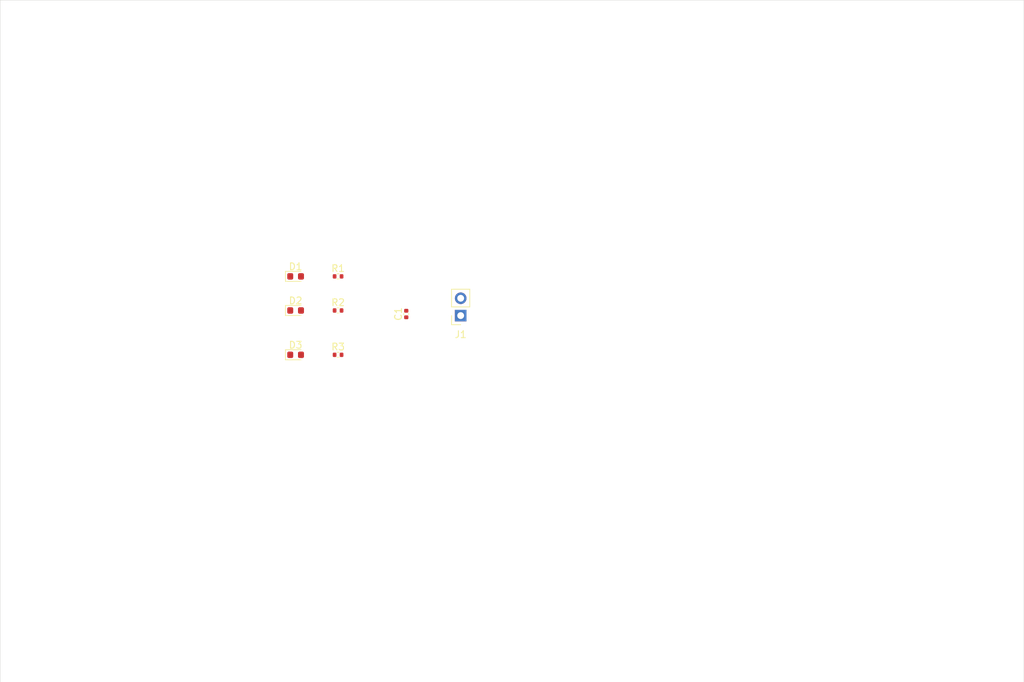
<source format=kicad_pcb>
(kicad_pcb (version 20240108) (generator "pcbnew") (generator_version "8.0")
  (layers (0 "F.Cu" signal) (31 "B.Cu" signal) (34 "B.Paste" user) (35 "F.Paste" user) (36 "B.SilkS" user "B.Silkscreen") (37 "F.SilkS" user "F.Silkscreen") (38 "B.Mask" user) (39 "F.Mask" user) (44 "Edge.Cuts" user))
  (net 0 "")
  (net 1 "+5V")
  (net 2 "GND")
  (net 3 "Net-(D1-K)")
  (net 4 "Net-(D2-K)")
  (net 5 "Net-(D3-K)")
  (footprint "LED_SMD:LED_0603_1608Metric" (layer "F.Cu") (at 93.7875 101.5)
    (property "Reference" "D3" (at 0 -1.43 0) (layer "F.SilkS"))
    (property "Value" "LED")
    (fp_line (start -1.485 -0.735) (end -1.485 0.735) (stroke (width 0.12)) (layer "F.SilkS"))
    (fp_line (start -1.485 0.735) (end 0.8 0.735) (stroke (width 0.12)) (layer "F.SilkS"))
    (fp_line (start 0.8 -0.735) (end -1.485 -0.735) (stroke (width 0.12)) (layer "F.SilkS"))
    (pad "1" smd roundrect (at -0.7875 0) (size 0.875 0.95) (layers "F.Cu" "F.Paste" "F.Mask") (net 5 "Net-(D3-K)"))
    (pad "2" smd roundrect (at 0.7875 0) (size 0.875 0.95) (layers "F.Cu" "F.Paste" "F.Mask") (net 1 "+5V"))
  )
  (footprint "Resistor_SMD:R_0402_1005Metric" (layer "F.Cu") (at 100.01 101.5)
    (property "Reference" "R3" (at 0 -1.17 0) (layer "F.SilkS"))
    (property "Value" "560R")
    (fp_line (start -0.153641 -0.38) (end 0.153641 -0.38) (stroke (width 0.12)) (layer "F.SilkS"))
    (fp_line (start -0.153641 0.38) (end 0.153641 0.38) (stroke (width 0.12)) (layer "F.SilkS"))
    (pad "1" smd roundrect (at -0.51 0) (size 0.54 0.64) (layers "F.Cu" "F.Paste" "F.Mask") (net 5 "Net-(D3-K)"))
    (pad "2" smd roundrect (at 0.51 0) (size 0.54 0.64) (layers "F.Cu" "F.Paste" "F.Mask") (net 2 "GND"))
  )
  (footprint "LED_SMD:LED_0603_1608Metric" (layer "F.Cu") (at 93.7875 95)
    (property "Reference" "D2" (at 0 -1.43 0) (layer "F.SilkS"))
    (property "Value" "LED")
    (fp_line (start -1.485 -0.735) (end -1.485 0.735) (stroke (width 0.12)) (layer "F.SilkS"))
    (fp_line (start -1.485 0.735) (end 0.8 0.735) (stroke (width 0.12)) (layer "F.SilkS"))
    (fp_line (start 0.8 -0.735) (end -1.485 -0.735) (stroke (width 0.12)) (layer "F.SilkS"))
    (pad "1" smd roundrect (at -0.7875 0) (size 0.875 0.95) (layers "F.Cu" "F.Paste" "F.Mask") (net 4 "Net-(D2-K)"))
    (pad "2" smd roundrect (at 0.7875 0) (size 0.875 0.95) (layers "F.Cu" "F.Paste" "F.Mask") (net 1 "+5V"))
  )
  (footprint "Connector_PinSocket_2.54mm:PinSocket_1x02_P2.54mm_Vertical" (layer "F.Cu") (at 117.975 95.75 180)
    (property "Reference" "J1" (at 0 -2.77 360) (layer "F.SilkS"))
    (property "Value" "Conn_01x02_Socket")
    (fp_line (start 1.33 1.27) (end 1.33 3.87) (stroke (width 0.12)) (layer "F.SilkS"))
    (fp_line (start 1.33 -1.33) (end 1.33 0) (stroke (width 0.12)) (layer "F.SilkS"))
    (fp_line (start 0 -1.33) (end 1.33 -1.33) (stroke (width 0.12)) (layer "F.SilkS"))
    (fp_line (start -1.33 3.87) (end 1.33 3.87) (stroke (width 0.12)) (layer "F.SilkS"))
    (fp_line (start -1.33 1.27) (end 1.33 1.27) (stroke (width 0.12)) (layer "F.SilkS"))
    (fp_line (start -1.33 1.27) (end -1.33 3.87) (stroke (width 0.12)) (layer "F.SilkS"))
    (pad "1" thru_hole rect (at 0 0 180) (size 1.7 1.7) (drill 1) (layers "*.Cu" "*.Mask") (net 1 "+5V"))
    (pad "2" thru_hole oval (at 0 2.54 180) (size 1.7 1.7) (drill 1) (layers "*.Cu" "*.Mask") (net 2 "GND"))
  )
  (footprint "Resistor_SMD:R_0402_1005Metric" (layer "F.Cu") (at 100.01 90)
    (property "Reference" "R1" (at 0 -1.17 0) (layer "F.SilkS"))
    (property "Value" "330R")
    (fp_line (start -0.153641 -0.38) (end 0.153641 -0.38) (stroke (width 0.12)) (layer "F.SilkS"))
    (fp_line (start -0.153641 0.38) (end 0.153641 0.38) (stroke (width 0.12)) (layer "F.SilkS"))
    (pad "1" smd roundrect (at -0.51 0) (size 0.54 0.64) (layers "F.Cu" "F.Paste" "F.Mask") (net 3 "Net-(D1-K)"))
    (pad "2" smd roundrect (at 0.51 0) (size 0.54 0.64) (layers "F.Cu" "F.Paste" "F.Mask") (net 2 "GND"))
  )
  (footprint "LED_SMD:LED_0603_1608Metric" (layer "F.Cu") (at 93.7875 90)
    (property "Reference" "D1" (at 0 -1.43 0) (layer "F.SilkS"))
    (property "Value" "LED")
    (fp_line (start -1.485 -0.735) (end -1.485 0.735) (stroke (width 0.12)) (layer "F.SilkS"))
    (fp_line (start -1.485 0.735) (end 0.8 0.735) (stroke (width 0.12)) (layer "F.SilkS"))
    (fp_line (start 0.8 -0.735) (end -1.485 -0.735) (stroke (width 0.12)) (layer "F.SilkS"))
    (pad "1" smd roundrect (at -0.7875 0) (size 0.875 0.95) (layers "F.Cu" "F.Paste" "F.Mask") (net 3 "Net-(D1-K)"))
    (pad "2" smd roundrect (at 0.7875 0) (size 0.875 0.95) (layers "F.Cu" "F.Paste" "F.Mask") (net 1 "+5V"))
  )
  (footprint "Capacitor_SMD:C_0402_1005Metric" (layer "F.Cu") (at 110 95.52 90)
    (property "Reference" "C1" (at 0 -1.16 90) (layer "F.SilkS"))
    (property "Value" "\"TBD\"")
    (fp_line (start -0.107836 -0.36) (end 0.107836 -0.36) (stroke (width 0.12)) (layer "F.SilkS"))
    (fp_line (start -0.107836 0.36) (end 0.107836 0.36) (stroke (width 0.12)) (layer "F.SilkS"))
    (pad "1" smd roundrect (at -0.48 0 90) (size 0.56 0.62) (layers "F.Cu" "F.Paste" "F.Mask") (net 1 "+5V"))
    (pad "2" smd roundrect (at 0.48 0 90) (size 0.56 0.62) (layers "F.Cu" "F.Paste" "F.Mask") (net 2 "GND"))
  )
  (footprint "Resistor_SMD:R_0402_1005Metric" (layer "F.Cu") (at 100.01 95)
    (property "Reference" "R2" (at 0 -1.17 0) (layer "F.SilkS"))
    (property "Value" "470R")
    (fp_line (start -0.153641 -0.38) (end 0.153641 -0.38) (stroke (width 0.12)) (layer "F.SilkS"))
    (fp_line (start -0.153641 0.38) (end 0.153641 0.38) (stroke (width 0.12)) (layer "F.SilkS"))
    (pad "1" smd roundrect (at -0.51 0) (size 0.54 0.64) (layers "F.Cu" "F.Paste" "F.Mask") (net 4 "Net-(D2-K)"))
    (pad "2" smd roundrect (at 0.51 0) (size 0.54 0.64) (layers "F.Cu" "F.Paste" "F.Mask") (net 2 "GND"))
  )
  (gr_rect (start 50.5 49.5) (end 200.5 149.5) (stroke (width 0.05)) (fill none) (layer "Edge.Cuts"))
)
</source>
